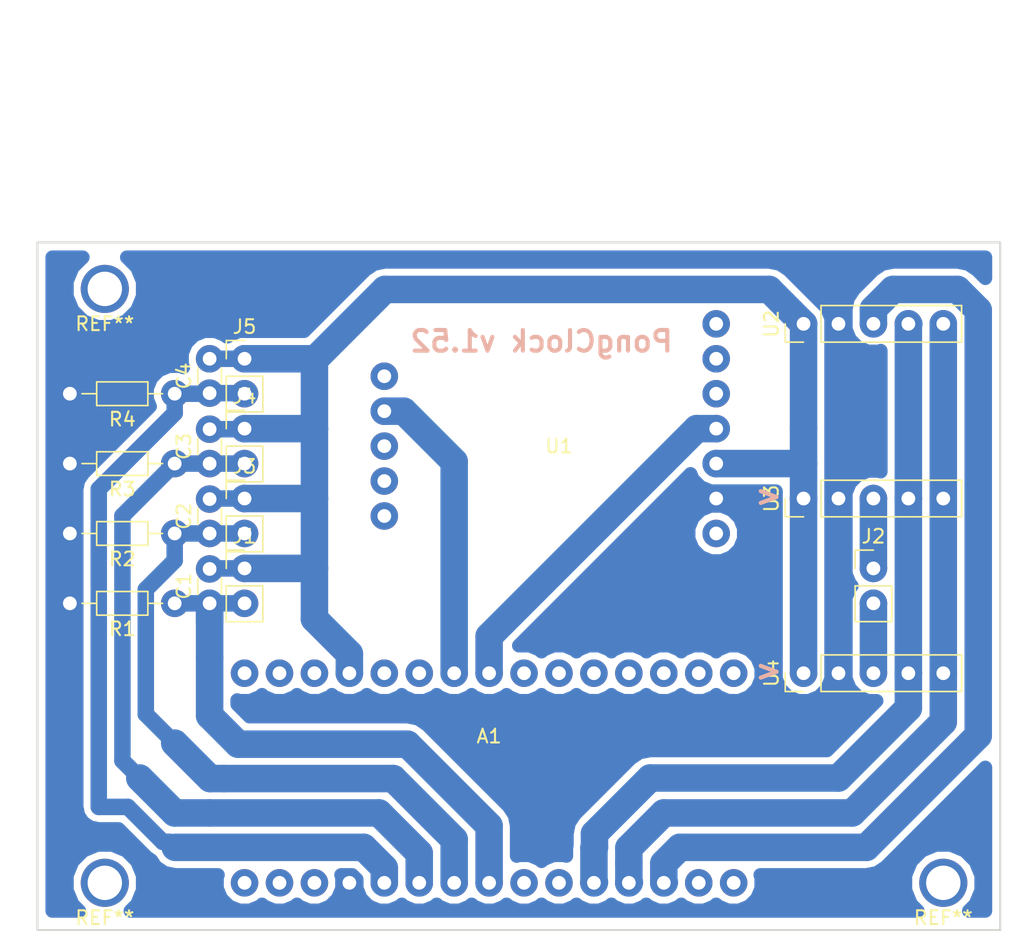
<source format=kicad_pcb>
(kicad_pcb (version 4) (host pcbnew 4.0.6)

  (general
    (links 43)
    (no_connects 0)
    (area 124.46 30.3 199.301905 97.895)
    (thickness 1.6)
    (drawings 8)
    (tracks 110)
    (zones 0)
    (modules 21)
    (nets 14)
  )

  (page A4)
  (layers
    (0 F.Cu signal)
    (31 B.Cu signal)
    (32 B.Adhes user)
    (33 F.Adhes user)
    (34 B.Paste user)
    (35 F.Paste user)
    (36 B.SilkS user)
    (37 F.SilkS user)
    (38 B.Mask user)
    (39 F.Mask user)
    (40 Dwgs.User user)
    (41 Cmts.User user)
    (42 Eco1.User user)
    (43 Eco2.User user)
    (44 Edge.Cuts user)
    (45 Margin user)
    (46 B.CrtYd user)
    (47 F.CrtYd user)
    (48 B.Fab user)
    (49 F.Fab user)
  )

  (setup
    (last_trace_width 2)
    (user_trace_width 1)
    (user_trace_width 1.2)
    (user_trace_width 1.5)
    (trace_clearance 0.5)
    (zone_clearance 0.508)
    (zone_45_only no)
    (trace_min 0.2)
    (segment_width 0.2)
    (edge_width 0.15)
    (via_size 2)
    (via_drill 1)
    (via_min_size 0.4)
    (via_min_drill 0.3)
    (uvia_size 0.3)
    (uvia_drill 0.1)
    (uvias_allowed no)
    (uvia_min_size 0.2)
    (uvia_min_drill 0.1)
    (pcb_text_width 0.3)
    (pcb_text_size 1.5 1.5)
    (mod_edge_width 0.15)
    (mod_text_size 1 1)
    (mod_text_width 0.15)
    (pad_size 2 2)
    (pad_drill 1)
    (pad_to_mask_clearance 0.2)
    (aux_axis_origin 127 45.72)
    (visible_elements 7FFFFFFF)
    (pcbplotparams
      (layerselection 0x00010_80000000)
      (usegerberextensions false)
      (excludeedgelayer true)
      (linewidth 0.100000)
      (plotframeref false)
      (viasonmask false)
      (mode 1)
      (useauxorigin true)
      (hpglpennumber 1)
      (hpglpenspeed 20)
      (hpglpendiameter 15)
      (hpglpenoverlay 2)
      (psnegative false)
      (psa4output false)
      (plotreference true)
      (plotvalue true)
      (plotinvisibletext false)
      (padsonsilk false)
      (subtractmaskfromsilk false)
      (outputformat 1)
      (mirror false)
      (drillshape 0)
      (scaleselection 1)
      (outputdirectory gerber))
  )

  (net 0 "")
  (net 1 BT4)
  (net 2 BT3)
  (net 3 BT2)
  (net 4 BT1)
  (net 5 MAX_IN)
  (net 6 LATCH)
  (net 7 CLK)
  (net 8 SDA)
  (net 9 SCL)
  (net 10 VCC)
  (net 11 GND)
  (net 12 "Net-(J2-Pad1)")
  (net 13 "Net-(J2-Pad2)")

  (net_class Default "Dies ist die voreingestellte Netzklasse."
    (clearance 0.5)
    (trace_width 2)
    (via_dia 2)
    (via_drill 1)
    (uvia_dia 0.3)
    (uvia_drill 0.1)
    (add_net BT1)
    (add_net BT2)
    (add_net BT3)
    (add_net BT4)
    (add_net CLK)
    (add_net GND)
    (add_net LATCH)
    (add_net MAX_IN)
    (add_net "Net-(J2-Pad1)")
    (add_net "Net-(J2-Pad2)")
    (add_net SCL)
    (add_net SDA)
    (add_net VCC)
  )

  (net_class 1mm ""
    (clearance 0.5)
    (trace_width 1)
    (via_dia 2)
    (via_drill 1)
    (uvia_dia 0.3)
    (uvia_drill 0.1)
  )

  (module PongClock:TINY_RTC (layer F.Cu) (tedit 596B777A) (tstamp 596B57F9)
    (at 157.48 49.53)
    (path /596A1661)
    (fp_text reference U1 (at 7.62 12.7) (layer F.SilkS)
      (effects (font (size 1 1) (thickness 0.15)))
    )
    (fp_text value TinyRTC_I2C (at 7.62 8.89) (layer F.Fab)
      (effects (font (size 1 1) (thickness 0.15)))
    )
    (fp_line (start -6.35 -1.27) (end 20.32 -1.27) (layer F.CrtYd) (width 0.15))
    (fp_line (start -6.35 26.67) (end 20.32 26.67) (layer F.CrtYd) (width 0.15))
    (fp_line (start 20.32 -1.27) (end 20.32 26.67) (layer F.CrtYd) (width 0.15))
    (fp_line (start -6.35 26.67) (end -6.35 -1.27) (layer F.CrtYd) (width 0.15))
    (pad 1 thru_hole circle (at -5.08 7.62) (size 2 2) (drill 1) (layers *.Cu *.Mask))
    (pad 2 thru_hole circle (at -5.08 10.16) (size 2 2) (drill 1) (layers *.Cu *.Mask)
      (net 9 SCL))
    (pad 3 thru_hole circle (at -5.08 12.7) (size 2 2) (drill 1) (layers *.Cu *.Mask))
    (pad 4 thru_hole circle (at -5.08 15.24) (size 2 2) (drill 1) (layers *.Cu *.Mask))
    (pad 5 thru_hole circle (at -5.08 17.78) (size 2 2) (drill 1) (layers *.Cu *.Mask))
    (pad 6 thru_hole circle (at 19.05 3.81) (size 2 2) (drill 1) (layers *.Cu *.Mask))
    (pad 7 thru_hole circle (at 19.05 6.35) (size 2 2) (drill 1) (layers *.Cu *.Mask))
    (pad 8 thru_hole circle (at 19.05 8.89) (size 2 2) (drill 1) (layers *.Cu *.Mask))
    (pad 9 thru_hole circle (at 19.05 11.43) (size 2 2) (drill 1) (layers *.Cu *.Mask)
      (net 8 SDA))
    (pad 10 thru_hole circle (at 19.05 13.97) (size 2 2) (drill 1) (layers *.Cu *.Mask)
      (net 10 VCC))
    (pad 11 thru_hole circle (at 19.05 16.51) (size 2 2) (drill 1) (layers *.Cu *.Mask)
      (net 11 GND))
    (pad 12 thru_hole circle (at 19.05 19.05) (size 2 2) (drill 1) (layers *.Cu *.Mask))
  )

  (module PongClock:M3_DRILL_HOLE (layer F.Cu) (tedit 58ED088D) (tstamp 596B827B)
    (at 132.08 50.8)
    (fp_text reference REF** (at 0 2.54) (layer F.SilkS)
      (effects (font (size 1 1) (thickness 0.15)))
    )
    (fp_text value M3_DRILL_HOLE (at 0 -2.54) (layer F.Fab)
      (effects (font (size 1 1) (thickness 0.15)))
    )
    (pad "" np_thru_hole circle (at 0 0) (size 3.5 3.5) (drill 2.5) (layers *.Cu *.Mask))
  )

  (module PongClock:M3_DRILL_HOLE (layer F.Cu) (tedit 58ED088D) (tstamp 596B8280)
    (at 193.04 93.98)
    (fp_text reference REF** (at 0 2.54) (layer F.SilkS)
      (effects (font (size 1 1) (thickness 0.15)))
    )
    (fp_text value M3_DRILL_HOLE (at 0 -2.54) (layer F.Fab)
      (effects (font (size 1 1) (thickness 0.15)))
    )
    (pad "" np_thru_hole circle (at 0 0) (size 3.5 3.5) (drill 2.5) (layers *.Cu *.Mask))
  )

  (module PongClock:M3_DRILL_HOLE (layer F.Cu) (tedit 58ED088D) (tstamp 596B8285)
    (at 132.08 93.98)
    (fp_text reference REF** (at 0 2.54) (layer F.SilkS)
      (effects (font (size 1 1) (thickness 0.15)))
    )
    (fp_text value M3_DRILL_HOLE (at 0 -2.54) (layer F.Fab)
      (effects (font (size 1 1) (thickness 0.15)))
    )
    (pad "" np_thru_hole circle (at 0 0) (size 3.5 3.5) (drill 2.5) (layers *.Cu *.Mask))
  )

  (module PongClock:ArduinoNano (layer F.Cu) (tedit 597229A7) (tstamp 5970ECE5)
    (at 160.02 83.82 180)
    (descr AndroidNano)
    (path /596A159A)
    (fp_text reference A1 (at 0 0.5 180) (layer F.SilkS)
      (effects (font (size 1 1) (thickness 0.15)))
    )
    (fp_text value AndroidNano (at 0 -0.5 180) (layer F.Fab)
      (effects (font (size 1 1) (thickness 0.15)))
    )
    (fp_line (start 19.05 -11.43) (end -20.32 -11.43) (layer F.CrtYd) (width 0.15))
    (fp_line (start -21.59 -6.35) (end -15.24 -6.35) (layer F.CrtYd) (width 0.15))
    (fp_line (start -15.24 -6.35) (end -15.24 1.27) (layer F.CrtYd) (width 0.15))
    (fp_line (start -15.24 1.27) (end -21.59 1.27) (layer F.CrtYd) (width 0.15))
    (fp_line (start -21.59 1.27) (end -21.59 -6.35) (layer F.CrtYd) (width 0.15))
    (fp_line (start -20.32 6.35) (end -19.05 6.35) (layer F.CrtYd) (width 0.15))
    (fp_line (start -20.32 -11.43) (end -20.32 6.35) (layer F.CrtYd) (width 0.15))
    (fp_line (start -19.05 6.35) (end 19.05 6.35) (layer F.CrtYd) (width 0.15))
    (fp_line (start 19.05 6.35) (end 19.05 -11.43) (layer F.CrtYd) (width 0.15))
    (pad 30 thru_hole circle (at -17.78 -10.16 180) (size 2 2) (drill 1) (layers *.Cu *.Mask))
    (pad 29 thru_hole circle (at -15.24 -10.16 180) (size 2 2) (drill 1) (layers *.Cu *.Mask))
    (pad 28 thru_hole circle (at -12.7 -10.16 180) (size 2 2) (drill 1) (layers *.Cu *.Mask)
      (net 5 MAX_IN))
    (pad 27 thru_hole circle (at -10.16 -10.16 180) (size 2 2) (drill 1) (layers *.Cu *.Mask)
      (net 7 CLK))
    (pad 26 thru_hole circle (at -7.62 -10.16 180) (size 2 2) (drill 1) (layers *.Cu *.Mask)
      (net 6 LATCH))
    (pad 25 thru_hole circle (at -5.08 -10.16 180) (size 2 2) (drill 1) (layers *.Cu *.Mask))
    (pad 24 thru_hole circle (at -2.54 -10.16 180) (size 2 2) (drill 1) (layers *.Cu *.Mask))
    (pad 23 thru_hole circle (at 0 -10.16 180) (size 2 2) (drill 1) (layers *.Cu *.Mask)
      (net 4 BT1))
    (pad 22 thru_hole circle (at 2.54 -10.16 180) (size 2 2) (drill 1) (layers *.Cu *.Mask)
      (net 3 BT2))
    (pad 21 thru_hole circle (at 5.08 -10.16 180) (size 2 2) (drill 1) (layers *.Cu *.Mask)
      (net 2 BT3))
    (pad 20 thru_hole circle (at 7.62 -10.16 180) (size 2 2) (drill 1) (layers *.Cu *.Mask)
      (net 1 BT4))
    (pad 19 thru_hole circle (at 10.16 -10.16 180) (size 2 2) (drill 1) (layers *.Cu *.Mask)
      (net 11 GND))
    (pad 18 thru_hole circle (at 12.7 -10.16 180) (size 2 2) (drill 1) (layers *.Cu *.Mask))
    (pad 17 thru_hole circle (at 15.24 -10.16 180) (size 2 2) (drill 1) (layers *.Cu *.Mask))
    (pad 16 thru_hole circle (at 17.78 -10.16 180) (size 2 2) (drill 1) (layers *.Cu *.Mask))
    (pad 1 thru_hole circle (at -17.78 5.08 180) (size 2 2) (drill 1) (layers *.Cu *.Mask))
    (pad 2 thru_hole circle (at -15.24 5.08 180) (size 2 2) (drill 1) (layers *.Cu *.Mask))
    (pad 3 thru_hole circle (at -12.7 5.08 180) (size 2 2) (drill 1) (layers *.Cu *.Mask))
    (pad 4 thru_hole circle (at -10.16 5.08 180) (size 2 2) (drill 1) (layers *.Cu *.Mask))
    (pad 5 thru_hole circle (at -7.62 5.08 180) (size 2 2) (drill 1) (layers *.Cu *.Mask))
    (pad 6 thru_hole circle (at -5.08 5.08 180) (size 2 2) (drill 1) (layers *.Cu *.Mask))
    (pad 7 thru_hole circle (at -2.54 5.08 180) (size 2 2) (drill 1) (layers *.Cu *.Mask))
    (pad 8 thru_hole circle (at 0 5.08 180) (size 2 2) (drill 1) (layers *.Cu *.Mask)
      (net 8 SDA))
    (pad 9 thru_hole circle (at 2.54 5.08 180) (size 2 2) (drill 1) (layers *.Cu *.Mask)
      (net 9 SCL))
    (pad 10 thru_hole circle (at 5.08 5.08 180) (size 2 2) (drill 1) (layers *.Cu *.Mask))
    (pad 11 thru_hole circle (at 7.62 5.08 180) (size 2 2) (drill 1) (layers *.Cu *.Mask))
    (pad 12 thru_hole circle (at 10.16 5.08 180) (size 2 2) (drill 1) (layers *.Cu *.Mask)
      (net 10 VCC))
    (pad 13 thru_hole circle (at 12.7 5.08 180) (size 2 2) (drill 1) (layers *.Cu *.Mask))
    (pad 14 thru_hole circle (at 15.24 5.08 180) (size 2 2) (drill 1) (layers *.Cu *.Mask))
    (pad 15 thru_hole circle (at 17.78 5.08 180) (size 2 2) (drill 1) (layers *.Cu *.Mask))
  )

  (module Resistors_THT:R_Axial_DIN0204_L3.6mm_D1.6mm_P7.62mm_Horizontal (layer F.Cu) (tedit 5874F706) (tstamp 597110B1)
    (at 137.16 73.66 180)
    (descr "Resistor, Axial_DIN0204 series, Axial, Horizontal, pin pitch=7.62mm, 0.16666666666666666W = 1/6W, length*diameter=3.6*1.6mm^2, http://cdn-reichelt.de/documents/datenblatt/B400/1_4W%23YAG.pdf")
    (tags "Resistor Axial_DIN0204 series Axial Horizontal pin pitch 7.62mm 0.16666666666666666W = 1/6W length 3.6mm diameter 1.6mm")
    (path /596B43E3)
    (fp_text reference R1 (at 3.81 -1.86 180) (layer F.SilkS)
      (effects (font (size 1 1) (thickness 0.15)))
    )
    (fp_text value R (at 3.81 1.86 180) (layer F.Fab)
      (effects (font (size 1 1) (thickness 0.15)))
    )
    (fp_line (start 2.01 -0.8) (end 2.01 0.8) (layer F.Fab) (width 0.1))
    (fp_line (start 2.01 0.8) (end 5.61 0.8) (layer F.Fab) (width 0.1))
    (fp_line (start 5.61 0.8) (end 5.61 -0.8) (layer F.Fab) (width 0.1))
    (fp_line (start 5.61 -0.8) (end 2.01 -0.8) (layer F.Fab) (width 0.1))
    (fp_line (start 0 0) (end 2.01 0) (layer F.Fab) (width 0.1))
    (fp_line (start 7.62 0) (end 5.61 0) (layer F.Fab) (width 0.1))
    (fp_line (start 1.95 -0.86) (end 1.95 0.86) (layer F.SilkS) (width 0.12))
    (fp_line (start 1.95 0.86) (end 5.67 0.86) (layer F.SilkS) (width 0.12))
    (fp_line (start 5.67 0.86) (end 5.67 -0.86) (layer F.SilkS) (width 0.12))
    (fp_line (start 5.67 -0.86) (end 1.95 -0.86) (layer F.SilkS) (width 0.12))
    (fp_line (start 0.88 0) (end 1.95 0) (layer F.SilkS) (width 0.12))
    (fp_line (start 6.74 0) (end 5.67 0) (layer F.SilkS) (width 0.12))
    (fp_line (start -0.95 -1.15) (end -0.95 1.15) (layer F.CrtYd) (width 0.05))
    (fp_line (start -0.95 1.15) (end 8.6 1.15) (layer F.CrtYd) (width 0.05))
    (fp_line (start 8.6 1.15) (end 8.6 -1.15) (layer F.CrtYd) (width 0.05))
    (fp_line (start 8.6 -1.15) (end -0.95 -1.15) (layer F.CrtYd) (width 0.05))
    (pad 1 thru_hole circle (at 0 0 180) (size 2 2) (drill 1) (layers *.Cu *.Mask)
      (net 4 BT1))
    (pad 2 thru_hole circle (at 7.62 0 180) (size 2 2) (drill 1) (layers *.Cu *.Mask)
      (net 11 GND))
    (model Resistors_THT.3dshapes/R_Axial_DIN0204_L3.6mm_D1.6mm_P7.62mm_Horizontal.wrl
      (at (xyz 0 0 0))
      (scale (xyz 0.393701 0.393701 0.393701))
      (rotate (xyz 0 0 0))
    )
  )

  (module Resistors_THT:R_Axial_DIN0204_L3.6mm_D1.6mm_P7.62mm_Horizontal (layer F.Cu) (tedit 5874F706) (tstamp 597110C6)
    (at 137.16 68.58 180)
    (descr "Resistor, Axial_DIN0204 series, Axial, Horizontal, pin pitch=7.62mm, 0.16666666666666666W = 1/6W, length*diameter=3.6*1.6mm^2, http://cdn-reichelt.de/documents/datenblatt/B400/1_4W%23YAG.pdf")
    (tags "Resistor Axial_DIN0204 series Axial Horizontal pin pitch 7.62mm 0.16666666666666666W = 1/6W length 3.6mm diameter 1.6mm")
    (path /596B3E1D)
    (fp_text reference R2 (at 3.81 -1.86 180) (layer F.SilkS)
      (effects (font (size 1 1) (thickness 0.15)))
    )
    (fp_text value R (at 3.81 1.86 180) (layer F.Fab)
      (effects (font (size 1 1) (thickness 0.15)))
    )
    (fp_line (start 2.01 -0.8) (end 2.01 0.8) (layer F.Fab) (width 0.1))
    (fp_line (start 2.01 0.8) (end 5.61 0.8) (layer F.Fab) (width 0.1))
    (fp_line (start 5.61 0.8) (end 5.61 -0.8) (layer F.Fab) (width 0.1))
    (fp_line (start 5.61 -0.8) (end 2.01 -0.8) (layer F.Fab) (width 0.1))
    (fp_line (start 0 0) (end 2.01 0) (layer F.Fab) (width 0.1))
    (fp_line (start 7.62 0) (end 5.61 0) (layer F.Fab) (width 0.1))
    (fp_line (start 1.95 -0.86) (end 1.95 0.86) (layer F.SilkS) (width 0.12))
    (fp_line (start 1.95 0.86) (end 5.67 0.86) (layer F.SilkS) (width 0.12))
    (fp_line (start 5.67 0.86) (end 5.67 -0.86) (layer F.SilkS) (width 0.12))
    (fp_line (start 5.67 -0.86) (end 1.95 -0.86) (layer F.SilkS) (width 0.12))
    (fp_line (start 0.88 0) (end 1.95 0) (layer F.SilkS) (width 0.12))
    (fp_line (start 6.74 0) (end 5.67 0) (layer F.SilkS) (width 0.12))
    (fp_line (start -0.95 -1.15) (end -0.95 1.15) (layer F.CrtYd) (width 0.05))
    (fp_line (start -0.95 1.15) (end 8.6 1.15) (layer F.CrtYd) (width 0.05))
    (fp_line (start 8.6 1.15) (end 8.6 -1.15) (layer F.CrtYd) (width 0.05))
    (fp_line (start 8.6 -1.15) (end -0.95 -1.15) (layer F.CrtYd) (width 0.05))
    (pad 1 thru_hole circle (at 0 0 180) (size 2 2) (drill 1) (layers *.Cu *.Mask)
      (net 3 BT2))
    (pad 2 thru_hole circle (at 7.62 0 180) (size 2 2) (drill 1) (layers *.Cu *.Mask)
      (net 11 GND))
    (model Resistors_THT.3dshapes/R_Axial_DIN0204_L3.6mm_D1.6mm_P7.62mm_Horizontal.wrl
      (at (xyz 0 0 0))
      (scale (xyz 0.393701 0.393701 0.393701))
      (rotate (xyz 0 0 0))
    )
  )

  (module Resistors_THT:R_Axial_DIN0204_L3.6mm_D1.6mm_P7.62mm_Horizontal (layer F.Cu) (tedit 5874F706) (tstamp 597110DB)
    (at 137.16 63.5 180)
    (descr "Resistor, Axial_DIN0204 series, Axial, Horizontal, pin pitch=7.62mm, 0.16666666666666666W = 1/6W, length*diameter=3.6*1.6mm^2, http://cdn-reichelt.de/documents/datenblatt/B400/1_4W%23YAG.pdf")
    (tags "Resistor Axial_DIN0204 series Axial Horizontal pin pitch 7.62mm 0.16666666666666666W = 1/6W length 3.6mm diameter 1.6mm")
    (path /596B5900)
    (fp_text reference R3 (at 3.81 -1.86 180) (layer F.SilkS)
      (effects (font (size 1 1) (thickness 0.15)))
    )
    (fp_text value R (at 3.81 1.86 180) (layer F.Fab)
      (effects (font (size 1 1) (thickness 0.15)))
    )
    (fp_line (start 2.01 -0.8) (end 2.01 0.8) (layer F.Fab) (width 0.1))
    (fp_line (start 2.01 0.8) (end 5.61 0.8) (layer F.Fab) (width 0.1))
    (fp_line (start 5.61 0.8) (end 5.61 -0.8) (layer F.Fab) (width 0.1))
    (fp_line (start 5.61 -0.8) (end 2.01 -0.8) (layer F.Fab) (width 0.1))
    (fp_line (start 0 0) (end 2.01 0) (layer F.Fab) (width 0.1))
    (fp_line (start 7.62 0) (end 5.61 0) (layer F.Fab) (width 0.1))
    (fp_line (start 1.95 -0.86) (end 1.95 0.86) (layer F.SilkS) (width 0.12))
    (fp_line (start 1.95 0.86) (end 5.67 0.86) (layer F.SilkS) (width 0.12))
    (fp_line (start 5.67 0.86) (end 5.67 -0.86) (layer F.SilkS) (width 0.12))
    (fp_line (start 5.67 -0.86) (end 1.95 -0.86) (layer F.SilkS) (width 0.12))
    (fp_line (start 0.88 0) (end 1.95 0) (layer F.SilkS) (width 0.12))
    (fp_line (start 6.74 0) (end 5.67 0) (layer F.SilkS) (width 0.12))
    (fp_line (start -0.95 -1.15) (end -0.95 1.15) (layer F.CrtYd) (width 0.05))
    (fp_line (start -0.95 1.15) (end 8.6 1.15) (layer F.CrtYd) (width 0.05))
    (fp_line (start 8.6 1.15) (end 8.6 -1.15) (layer F.CrtYd) (width 0.05))
    (fp_line (start 8.6 -1.15) (end -0.95 -1.15) (layer F.CrtYd) (width 0.05))
    (pad 1 thru_hole circle (at 0 0 180) (size 2 2) (drill 1) (layers *.Cu *.Mask)
      (net 2 BT3))
    (pad 2 thru_hole circle (at 7.62 0 180) (size 2 2) (drill 1) (layers *.Cu *.Mask)
      (net 11 GND))
    (model Resistors_THT.3dshapes/R_Axial_DIN0204_L3.6mm_D1.6mm_P7.62mm_Horizontal.wrl
      (at (xyz 0 0 0))
      (scale (xyz 0.393701 0.393701 0.393701))
      (rotate (xyz 0 0 0))
    )
  )

  (module Resistors_THT:R_Axial_DIN0204_L3.6mm_D1.6mm_P7.62mm_Horizontal (layer F.Cu) (tedit 597229CC) (tstamp 597110F0)
    (at 137.16 58.42 180)
    (descr "Resistor, Axial_DIN0204 series, Axial, Horizontal, pin pitch=7.62mm, 0.16666666666666666W = 1/6W, length*diameter=3.6*1.6mm^2, http://cdn-reichelt.de/documents/datenblatt/B400/1_4W%23YAG.pdf")
    (tags "Resistor Axial_DIN0204 series Axial Horizontal pin pitch 7.62mm 0.16666666666666666W = 1/6W length 3.6mm diameter 1.6mm")
    (path /596B58DC)
    (fp_text reference R4 (at 3.81 -1.86 180) (layer F.SilkS)
      (effects (font (size 1 1) (thickness 0.15)))
    )
    (fp_text value R (at 3.81 1.86 180) (layer F.Fab)
      (effects (font (size 1 1) (thickness 0.15)))
    )
    (fp_line (start 2.01 -0.8) (end 2.01 0.8) (layer F.Fab) (width 0.1))
    (fp_line (start 2.01 0.8) (end 5.61 0.8) (layer F.Fab) (width 0.1))
    (fp_line (start 5.61 0.8) (end 5.61 -0.8) (layer F.Fab) (width 0.1))
    (fp_line (start 5.61 -0.8) (end 2.01 -0.8) (layer F.Fab) (width 0.1))
    (fp_line (start 0 0) (end 2.01 0) (layer F.Fab) (width 0.1))
    (fp_line (start 7.62 0) (end 5.61 0) (layer F.Fab) (width 0.1))
    (fp_line (start 1.95 -0.86) (end 1.95 0.86) (layer F.SilkS) (width 0.12))
    (fp_line (start 1.95 0.86) (end 5.67 0.86) (layer F.SilkS) (width 0.12))
    (fp_line (start 5.67 0.86) (end 5.67 -0.86) (layer F.SilkS) (width 0.12))
    (fp_line (start 5.67 -0.86) (end 1.95 -0.86) (layer F.SilkS) (width 0.12))
    (fp_line (start 0.88 0) (end 1.95 0) (layer F.SilkS) (width 0.12))
    (fp_line (start 6.74 0) (end 5.67 0) (layer F.SilkS) (width 0.12))
    (fp_line (start -0.95 -1.15) (end -0.95 1.15) (layer F.CrtYd) (width 0.05))
    (fp_line (start -0.95 1.15) (end 8.6 1.15) (layer F.CrtYd) (width 0.05))
    (fp_line (start 8.6 1.15) (end 8.6 -1.15) (layer F.CrtYd) (width 0.05))
    (fp_line (start 8.6 -1.15) (end -0.95 -1.15) (layer F.CrtYd) (width 0.05))
    (pad 1 thru_hole circle (at 0 0 180) (size 2 2) (drill 1) (layers *.Cu *.Mask)
      (net 1 BT4))
    (pad 2 thru_hole circle (at 7.62 0 180) (size 2 2) (drill 1) (layers *.Cu *.Mask)
      (net 11 GND))
    (model Resistors_THT.3dshapes/R_Axial_DIN0204_L3.6mm_D1.6mm_P7.62mm_Horizontal.wrl
      (at (xyz 0 0 0))
      (scale (xyz 0.393701 0.393701 0.393701))
      (rotate (xyz 0 0 0))
    )
  )

  (module Capacitors_THT:C_Disc_D3.0mm_W1.6mm_P2.50mm (layer F.Cu) (tedit 5920C254) (tstamp 597111FA)
    (at 139.7 73.66 90)
    (descr "C, Disc series, Radial, pin pitch=2.50mm, , diameter*width=3.0*1.6mm^2, Capacitor, http://www.vishay.com/docs/45233/krseries.pdf")
    (tags "C Disc series Radial pin pitch 2.50mm  diameter 3.0mm width 1.6mm Capacitor")
    (path /596B43DD)
    (fp_text reference C1 (at 1.25 -1.86 90) (layer F.SilkS)
      (effects (font (size 1 1) (thickness 0.15)))
    )
    (fp_text value C (at 1.25 1.86 90) (layer F.Fab)
      (effects (font (size 1 1) (thickness 0.15)))
    )
    (fp_text user %R (at 1.25 0 90) (layer F.Fab)
      (effects (font (size 0.7 0.7) (thickness 0.105)))
    )
    (fp_line (start -0.25 -0.8) (end -0.25 0.8) (layer F.Fab) (width 0.1))
    (fp_line (start -0.25 0.8) (end 2.75 0.8) (layer F.Fab) (width 0.1))
    (fp_line (start 2.75 0.8) (end 2.75 -0.8) (layer F.Fab) (width 0.1))
    (fp_line (start 2.75 -0.8) (end -0.25 -0.8) (layer F.Fab) (width 0.1))
    (fp_line (start 0.663 -0.861) (end 1.837 -0.861) (layer F.SilkS) (width 0.12))
    (fp_line (start 0.663 0.861) (end 1.837 0.861) (layer F.SilkS) (width 0.12))
    (fp_line (start -1.05 -1.15) (end -1.05 1.15) (layer F.CrtYd) (width 0.05))
    (fp_line (start -1.05 1.15) (end 3.55 1.15) (layer F.CrtYd) (width 0.05))
    (fp_line (start 3.55 1.15) (end 3.55 -1.15) (layer F.CrtYd) (width 0.05))
    (fp_line (start 3.55 -1.15) (end -1.05 -1.15) (layer F.CrtYd) (width 0.05))
    (pad 1 thru_hole circle (at 0 0 90) (size 2 2) (drill 1) (layers *.Cu *.Mask)
      (net 4 BT1))
    (pad 2 thru_hole circle (at 2.5 0 90) (size 2 2) (drill 1) (layers *.Cu *.Mask)
      (net 10 VCC))
    (model ${KISYS3DMOD}/Capacitors_THT.3dshapes/C_Disc_D3.0mm_W1.6mm_P2.50mm.wrl
      (at (xyz 0 0 0))
      (scale (xyz 0.393701 0.393701 0.393701))
      (rotate (xyz 0 0 0))
    )
  )

  (module Capacitors_THT:C_Disc_D3.0mm_W1.6mm_P2.50mm (layer F.Cu) (tedit 5920C254) (tstamp 5971120A)
    (at 139.7 68.58 90)
    (descr "C, Disc series, Radial, pin pitch=2.50mm, , diameter*width=3.0*1.6mm^2, Capacitor, http://www.vishay.com/docs/45233/krseries.pdf")
    (tags "C Disc series Radial pin pitch 2.50mm  diameter 3.0mm width 1.6mm Capacitor")
    (path /596B3D74)
    (fp_text reference C2 (at 1.25 -1.86 90) (layer F.SilkS)
      (effects (font (size 1 1) (thickness 0.15)))
    )
    (fp_text value C (at 1.25 1.86 90) (layer F.Fab)
      (effects (font (size 1 1) (thickness 0.15)))
    )
    (fp_text user %R (at 1.25 0 90) (layer F.Fab)
      (effects (font (size 0.7 0.7) (thickness 0.105)))
    )
    (fp_line (start -0.25 -0.8) (end -0.25 0.8) (layer F.Fab) (width 0.1))
    (fp_line (start -0.25 0.8) (end 2.75 0.8) (layer F.Fab) (width 0.1))
    (fp_line (start 2.75 0.8) (end 2.75 -0.8) (layer F.Fab) (width 0.1))
    (fp_line (start 2.75 -0.8) (end -0.25 -0.8) (layer F.Fab) (width 0.1))
    (fp_line (start 0.663 -0.861) (end 1.837 -0.861) (layer F.SilkS) (width 0.12))
    (fp_line (start 0.663 0.861) (end 1.837 0.861) (layer F.SilkS) (width 0.12))
    (fp_line (start -1.05 -1.15) (end -1.05 1.15) (layer F.CrtYd) (width 0.05))
    (fp_line (start -1.05 1.15) (end 3.55 1.15) (layer F.CrtYd) (width 0.05))
    (fp_line (start 3.55 1.15) (end 3.55 -1.15) (layer F.CrtYd) (width 0.05))
    (fp_line (start 3.55 -1.15) (end -1.05 -1.15) (layer F.CrtYd) (width 0.05))
    (pad 1 thru_hole circle (at 0 0 90) (size 2 2) (drill 1) (layers *.Cu *.Mask)
      (net 3 BT2))
    (pad 2 thru_hole circle (at 2.5 0 90) (size 2 2) (drill 1) (layers *.Cu *.Mask)
      (net 10 VCC))
    (model ${KISYS3DMOD}/Capacitors_THT.3dshapes/C_Disc_D3.0mm_W1.6mm_P2.50mm.wrl
      (at (xyz 0 0 0))
      (scale (xyz 0.393701 0.393701 0.393701))
      (rotate (xyz 0 0 0))
    )
  )

  (module Capacitors_THT:C_Disc_D3.0mm_W1.6mm_P2.50mm (layer F.Cu) (tedit 597229D7) (tstamp 5971121A)
    (at 139.7 63.5 90)
    (descr "C, Disc series, Radial, pin pitch=2.50mm, , diameter*width=3.0*1.6mm^2, Capacitor, http://www.vishay.com/docs/45233/krseries.pdf")
    (tags "C Disc series Radial pin pitch 2.50mm  diameter 3.0mm width 1.6mm Capacitor")
    (path /596B58FA)
    (fp_text reference C3 (at 1.25 -1.86 90) (layer F.SilkS)
      (effects (font (size 1 1) (thickness 0.15)))
    )
    (fp_text value C (at 1.25 1.86 90) (layer F.Fab)
      (effects (font (size 1 1) (thickness 0.15)))
    )
    (fp_text user %R (at 1.25 0 90) (layer F.Fab)
      (effects (font (size 0.7 0.7) (thickness 0.105)))
    )
    (fp_line (start -0.25 -0.8) (end -0.25 0.8) (layer F.Fab) (width 0.1))
    (fp_line (start -0.25 0.8) (end 2.75 0.8) (layer F.Fab) (width 0.1))
    (fp_line (start 2.75 0.8) (end 2.75 -0.8) (layer F.Fab) (width 0.1))
    (fp_line (start 2.75 -0.8) (end -0.25 -0.8) (layer F.Fab) (width 0.1))
    (fp_line (start 0.663 -0.861) (end 1.837 -0.861) (layer F.SilkS) (width 0.12))
    (fp_line (start 0.663 0.861) (end 1.837 0.861) (layer F.SilkS) (width 0.12))
    (fp_line (start -1.05 -1.15) (end -1.05 1.15) (layer F.CrtYd) (width 0.05))
    (fp_line (start -1.05 1.15) (end 3.55 1.15) (layer F.CrtYd) (width 0.05))
    (fp_line (start 3.55 1.15) (end 3.55 -1.15) (layer F.CrtYd) (width 0.05))
    (fp_line (start 3.55 -1.15) (end -1.05 -1.15) (layer F.CrtYd) (width 0.05))
    (pad 1 thru_hole circle (at 0 0 90) (size 2 2) (drill 1) (layers *.Cu *.Mask)
      (net 2 BT3))
    (pad 2 thru_hole circle (at 2.5 0 90) (size 2 2) (drill 1) (layers *.Cu *.Mask)
      (net 10 VCC))
    (model ${KISYS3DMOD}/Capacitors_THT.3dshapes/C_Disc_D3.0mm_W1.6mm_P2.50mm.wrl
      (at (xyz 0 0 0))
      (scale (xyz 0.393701 0.393701 0.393701))
      (rotate (xyz 0 0 0))
    )
  )

  (module Capacitors_THT:C_Disc_D3.0mm_W1.6mm_P2.50mm (layer F.Cu) (tedit 59722B80) (tstamp 5971122A)
    (at 139.7 58.38 90)
    (descr "C, Disc series, Radial, pin pitch=2.50mm, , diameter*width=3.0*1.6mm^2, Capacitor, http://www.vishay.com/docs/45233/krseries.pdf")
    (tags "C Disc series Radial pin pitch 2.50mm  diameter 3.0mm width 1.6mm Capacitor")
    (path /596B58D6)
    (fp_text reference C4 (at 1.25 -1.86 90) (layer F.SilkS)
      (effects (font (size 1 1) (thickness 0.15)))
    )
    (fp_text value C (at 1.25 1.86 90) (layer F.Fab)
      (effects (font (size 1 1) (thickness 0.15)))
    )
    (fp_text user %R (at 1.25 0 90) (layer F.Fab)
      (effects (font (size 0.7 0.7) (thickness 0.105)))
    )
    (fp_line (start -0.25 -0.8) (end -0.25 0.8) (layer F.Fab) (width 0.1))
    (fp_line (start -0.25 0.8) (end 2.75 0.8) (layer F.Fab) (width 0.1))
    (fp_line (start 2.75 0.8) (end 2.75 -0.8) (layer F.Fab) (width 0.1))
    (fp_line (start 2.75 -0.8) (end -0.25 -0.8) (layer F.Fab) (width 0.1))
    (fp_line (start 0.663 -0.861) (end 1.837 -0.861) (layer F.SilkS) (width 0.12))
    (fp_line (start 0.663 0.861) (end 1.837 0.861) (layer F.SilkS) (width 0.12))
    (fp_line (start -1.05 -1.15) (end -1.05 1.15) (layer F.CrtYd) (width 0.05))
    (fp_line (start -1.05 1.15) (end 3.55 1.15) (layer F.CrtYd) (width 0.05))
    (fp_line (start 3.55 1.15) (end 3.55 -1.15) (layer F.CrtYd) (width 0.05))
    (fp_line (start 3.55 -1.15) (end -1.05 -1.15) (layer F.CrtYd) (width 0.05))
    (pad 1 thru_hole circle (at 0 0 90) (size 2 2) (drill 1) (layers *.Cu *.Mask)
      (net 1 BT4))
    (pad 2 thru_hole circle (at 2.5 0 90) (size 2 2) (drill 1) (layers *.Cu *.Mask)
      (net 10 VCC) (solder_mask_margin 0.005) (solder_paste_margin 0.005) (clearance 0.005))
    (model ${KISYS3DMOD}/Capacitors_THT.3dshapes/C_Disc_D3.0mm_W1.6mm_P2.50mm.wrl
      (at (xyz 0 0 0))
      (scale (xyz 0.393701 0.393701 0.393701))
      (rotate (xyz 0 0 0))
    )
  )

  (module Socket_Strips:Socket_Strip_Straight_1x02_Pitch2.54mm (layer F.Cu) (tedit 58CD5446) (tstamp 5972266F)
    (at 142.24 71.12)
    (descr "Through hole straight socket strip, 1x02, 2.54mm pitch, single row")
    (tags "Through hole socket strip THT 1x02 2.54mm single row")
    (path /596B43CB)
    (fp_text reference J1 (at 0 -2.33) (layer F.SilkS)
      (effects (font (size 1 1) (thickness 0.15)))
    )
    (fp_text value CON_BT1 (at 0 4.87) (layer F.Fab)
      (effects (font (size 1 1) (thickness 0.15)))
    )
    (fp_line (start -1.27 -1.27) (end -1.27 3.81) (layer F.Fab) (width 0.1))
    (fp_line (start -1.27 3.81) (end 1.27 3.81) (layer F.Fab) (width 0.1))
    (fp_line (start 1.27 3.81) (end 1.27 -1.27) (layer F.Fab) (width 0.1))
    (fp_line (start 1.27 -1.27) (end -1.27 -1.27) (layer F.Fab) (width 0.1))
    (fp_line (start -1.33 1.27) (end -1.33 3.87) (layer F.SilkS) (width 0.12))
    (fp_line (start -1.33 3.87) (end 1.33 3.87) (layer F.SilkS) (width 0.12))
    (fp_line (start 1.33 3.87) (end 1.33 1.27) (layer F.SilkS) (width 0.12))
    (fp_line (start 1.33 1.27) (end -1.33 1.27) (layer F.SilkS) (width 0.12))
    (fp_line (start -1.33 0) (end -1.33 -1.33) (layer F.SilkS) (width 0.12))
    (fp_line (start -1.33 -1.33) (end 0 -1.33) (layer F.SilkS) (width 0.12))
    (fp_line (start -1.8 -1.8) (end -1.8 4.35) (layer F.CrtYd) (width 0.05))
    (fp_line (start -1.8 4.35) (end 1.8 4.35) (layer F.CrtYd) (width 0.05))
    (fp_line (start 1.8 4.35) (end 1.8 -1.8) (layer F.CrtYd) (width 0.05))
    (fp_line (start 1.8 -1.8) (end -1.8 -1.8) (layer F.CrtYd) (width 0.05))
    (fp_text user %R (at 0 -2.33) (layer F.Fab)
      (effects (font (size 1 1) (thickness 0.15)))
    )
    (pad 1 thru_hole circle (at 0 0) (size 2 2) (drill 1) (layers *.Cu *.Mask)
      (net 10 VCC))
    (pad 2 thru_hole circle (at 0 2.54) (size 2 2) (drill 1) (layers *.Cu *.Mask)
      (net 4 BT1))
    (model ${KISYS3DMOD}/Socket_Strips.3dshapes/Socket_Strip_Straight_1x02_Pitch2.54mm.wrl
      (at (xyz 0 -0.05 0))
      (scale (xyz 1 1 1))
      (rotate (xyz 0 0 270))
    )
  )

  (module Socket_Strips:Socket_Strip_Straight_1x02_Pitch2.54mm (layer F.Cu) (tedit 58CD5446) (tstamp 59722683)
    (at 187.96 71.12)
    (descr "Through hole straight socket strip, 1x02, 2.54mm pitch, single row")
    (tags "Through hole socket strip THT 1x02 2.54mm single row")
    (path /596B992D)
    (fp_text reference J2 (at 0 -2.33) (layer F.SilkS)
      (effects (font (size 1 1) (thickness 0.15)))
    )
    (fp_text value DOUT (at 0 4.87) (layer F.Fab)
      (effects (font (size 1 1) (thickness 0.15)))
    )
    (fp_line (start -1.27 -1.27) (end -1.27 3.81) (layer F.Fab) (width 0.1))
    (fp_line (start -1.27 3.81) (end 1.27 3.81) (layer F.Fab) (width 0.1))
    (fp_line (start 1.27 3.81) (end 1.27 -1.27) (layer F.Fab) (width 0.1))
    (fp_line (start 1.27 -1.27) (end -1.27 -1.27) (layer F.Fab) (width 0.1))
    (fp_line (start -1.33 1.27) (end -1.33 3.87) (layer F.SilkS) (width 0.12))
    (fp_line (start -1.33 3.87) (end 1.33 3.87) (layer F.SilkS) (width 0.12))
    (fp_line (start 1.33 3.87) (end 1.33 1.27) (layer F.SilkS) (width 0.12))
    (fp_line (start 1.33 1.27) (end -1.33 1.27) (layer F.SilkS) (width 0.12))
    (fp_line (start -1.33 0) (end -1.33 -1.33) (layer F.SilkS) (width 0.12))
    (fp_line (start -1.33 -1.33) (end 0 -1.33) (layer F.SilkS) (width 0.12))
    (fp_line (start -1.8 -1.8) (end -1.8 4.35) (layer F.CrtYd) (width 0.05))
    (fp_line (start -1.8 4.35) (end 1.8 4.35) (layer F.CrtYd) (width 0.05))
    (fp_line (start 1.8 4.35) (end 1.8 -1.8) (layer F.CrtYd) (width 0.05))
    (fp_line (start 1.8 -1.8) (end -1.8 -1.8) (layer F.CrtYd) (width 0.05))
    (fp_text user %R (at 0 -2.33) (layer F.Fab)
      (effects (font (size 1 1) (thickness 0.15)))
    )
    (pad 1 thru_hole circle (at 0 0) (size 2 2) (drill 1) (layers *.Cu *.Mask)
      (net 12 "Net-(J2-Pad1)"))
    (pad 2 thru_hole circle (at 0 2.54) (size 2 2) (drill 1) (layers *.Cu *.Mask)
      (net 13 "Net-(J2-Pad2)"))
    (model ${KISYS3DMOD}/Socket_Strips.3dshapes/Socket_Strip_Straight_1x02_Pitch2.54mm.wrl
      (at (xyz 0 -0.05 0))
      (scale (xyz 1 1 1))
      (rotate (xyz 0 0 270))
    )
  )

  (module Socket_Strips:Socket_Strip_Straight_1x02_Pitch2.54mm (layer F.Cu) (tedit 58CD5446) (tstamp 59722697)
    (at 142.24 66.04)
    (descr "Through hole straight socket strip, 1x02, 2.54mm pitch, single row")
    (tags "Through hole socket strip THT 1x02 2.54mm single row")
    (path /596B3A44)
    (fp_text reference J3 (at 0 -2.33) (layer F.SilkS)
      (effects (font (size 1 1) (thickness 0.15)))
    )
    (fp_text value CON_BT2 (at 0 4.87) (layer F.Fab)
      (effects (font (size 1 1) (thickness 0.15)))
    )
    (fp_line (start -1.27 -1.27) (end -1.27 3.81) (layer F.Fab) (width 0.1))
    (fp_line (start -1.27 3.81) (end 1.27 3.81) (layer F.Fab) (width 0.1))
    (fp_line (start 1.27 3.81) (end 1.27 -1.27) (layer F.Fab) (width 0.1))
    (fp_line (start 1.27 -1.27) (end -1.27 -1.27) (layer F.Fab) (width 0.1))
    (fp_line (start -1.33 1.27) (end -1.33 3.87) (layer F.SilkS) (width 0.12))
    (fp_line (start -1.33 3.87) (end 1.33 3.87) (layer F.SilkS) (width 0.12))
    (fp_line (start 1.33 3.87) (end 1.33 1.27) (layer F.SilkS) (width 0.12))
    (fp_line (start 1.33 1.27) (end -1.33 1.27) (layer F.SilkS) (width 0.12))
    (fp_line (start -1.33 0) (end -1.33 -1.33) (layer F.SilkS) (width 0.12))
    (fp_line (start -1.33 -1.33) (end 0 -1.33) (layer F.SilkS) (width 0.12))
    (fp_line (start -1.8 -1.8) (end -1.8 4.35) (layer F.CrtYd) (width 0.05))
    (fp_line (start -1.8 4.35) (end 1.8 4.35) (layer F.CrtYd) (width 0.05))
    (fp_line (start 1.8 4.35) (end 1.8 -1.8) (layer F.CrtYd) (width 0.05))
    (fp_line (start 1.8 -1.8) (end -1.8 -1.8) (layer F.CrtYd) (width 0.05))
    (fp_text user %R (at 0 -2.33) (layer F.Fab)
      (effects (font (size 1 1) (thickness 0.15)))
    )
    (pad 1 thru_hole circle (at 0 0) (size 2 2) (drill 1) (layers *.Cu *.Mask)
      (net 10 VCC))
    (pad 2 thru_hole circle (at 0 2.54) (size 2 2) (drill 1) (layers *.Cu *.Mask)
      (net 3 BT2))
    (model ${KISYS3DMOD}/Socket_Strips.3dshapes/Socket_Strip_Straight_1x02_Pitch2.54mm.wrl
      (at (xyz 0 -0.05 0))
      (scale (xyz 1 1 1))
      (rotate (xyz 0 0 270))
    )
  )

  (module Socket_Strips:Socket_Strip_Straight_1x02_Pitch2.54mm (layer F.Cu) (tedit 58CD5446) (tstamp 597226AB)
    (at 142.24 60.96)
    (descr "Through hole straight socket strip, 1x02, 2.54mm pitch, single row")
    (tags "Through hole socket strip THT 1x02 2.54mm single row")
    (path /596B58E8)
    (fp_text reference J4 (at 0 -2.33) (layer F.SilkS)
      (effects (font (size 1 1) (thickness 0.15)))
    )
    (fp_text value CON_BT3 (at 0 4.87) (layer F.Fab)
      (effects (font (size 1 1) (thickness 0.15)))
    )
    (fp_line (start -1.27 -1.27) (end -1.27 3.81) (layer F.Fab) (width 0.1))
    (fp_line (start -1.27 3.81) (end 1.27 3.81) (layer F.Fab) (width 0.1))
    (fp_line (start 1.27 3.81) (end 1.27 -1.27) (layer F.Fab) (width 0.1))
    (fp_line (start 1.27 -1.27) (end -1.27 -1.27) (layer F.Fab) (width 0.1))
    (fp_line (start -1.33 1.27) (end -1.33 3.87) (layer F.SilkS) (width 0.12))
    (fp_line (start -1.33 3.87) (end 1.33 3.87) (layer F.SilkS) (width 0.12))
    (fp_line (start 1.33 3.87) (end 1.33 1.27) (layer F.SilkS) (width 0.12))
    (fp_line (start 1.33 1.27) (end -1.33 1.27) (layer F.SilkS) (width 0.12))
    (fp_line (start -1.33 0) (end -1.33 -1.33) (layer F.SilkS) (width 0.12))
    (fp_line (start -1.33 -1.33) (end 0 -1.33) (layer F.SilkS) (width 0.12))
    (fp_line (start -1.8 -1.8) (end -1.8 4.35) (layer F.CrtYd) (width 0.05))
    (fp_line (start -1.8 4.35) (end 1.8 4.35) (layer F.CrtYd) (width 0.05))
    (fp_line (start 1.8 4.35) (end 1.8 -1.8) (layer F.CrtYd) (width 0.05))
    (fp_line (start 1.8 -1.8) (end -1.8 -1.8) (layer F.CrtYd) (width 0.05))
    (fp_text user %R (at 0 -2.33) (layer F.Fab)
      (effects (font (size 1 1) (thickness 0.15)))
    )
    (pad 1 thru_hole circle (at 0 0) (size 2 2) (drill 1) (layers *.Cu *.Mask)
      (net 10 VCC))
    (pad 2 thru_hole circle (at 0 2.54) (size 2 2) (drill 1) (layers *.Cu *.Mask)
      (net 2 BT3))
    (model ${KISYS3DMOD}/Socket_Strips.3dshapes/Socket_Strip_Straight_1x02_Pitch2.54mm.wrl
      (at (xyz 0 -0.05 0))
      (scale (xyz 1 1 1))
      (rotate (xyz 0 0 270))
    )
  )

  (module Socket_Strips:Socket_Strip_Straight_1x02_Pitch2.54mm (layer F.Cu) (tedit 597229E6) (tstamp 597226BF)
    (at 142.24 55.88)
    (descr "Through hole straight socket strip, 1x02, 2.54mm pitch, single row")
    (tags "Through hole socket strip THT 1x02 2.54mm single row")
    (path /596B58C4)
    (fp_text reference J5 (at 0 -2.33) (layer F.SilkS)
      (effects (font (size 1 1) (thickness 0.15)))
    )
    (fp_text value CON_BT4 (at 0 4.87) (layer F.Fab)
      (effects (font (size 1 1) (thickness 0.15)))
    )
    (fp_line (start -1.27 -1.27) (end -1.27 3.81) (layer F.Fab) (width 0.1))
    (fp_line (start -1.27 3.81) (end 1.27 3.81) (layer F.Fab) (width 0.1))
    (fp_line (start 1.27 3.81) (end 1.27 -1.27) (layer F.Fab) (width 0.1))
    (fp_line (start 1.27 -1.27) (end -1.27 -1.27) (layer F.Fab) (width 0.1))
    (fp_line (start -1.33 1.27) (end -1.33 3.87) (layer F.SilkS) (width 0.12))
    (fp_line (start -1.33 3.87) (end 1.33 3.87) (layer F.SilkS) (width 0.12))
    (fp_line (start 1.33 3.87) (end 1.33 1.27) (layer F.SilkS) (width 0.12))
    (fp_line (start 1.33 1.27) (end -1.33 1.27) (layer F.SilkS) (width 0.12))
    (fp_line (start -1.33 0) (end -1.33 -1.33) (layer F.SilkS) (width 0.12))
    (fp_line (start -1.33 -1.33) (end 0 -1.33) (layer F.SilkS) (width 0.12))
    (fp_line (start -1.8 -1.8) (end -1.8 4.35) (layer F.CrtYd) (width 0.05))
    (fp_line (start -1.8 4.35) (end 1.8 4.35) (layer F.CrtYd) (width 0.05))
    (fp_line (start 1.8 4.35) (end 1.8 -1.8) (layer F.CrtYd) (width 0.05))
    (fp_line (start 1.8 -1.8) (end -1.8 -1.8) (layer F.CrtYd) (width 0.05))
    (fp_text user %R (at 0 -2.33) (layer F.Fab)
      (effects (font (size 1 1) (thickness 0.15)))
    )
    (pad 1 thru_hole circle (at 0 0) (size 2 2) (drill 1) (layers *.Cu *.Mask)
      (net 10 VCC))
    (pad 2 thru_hole circle (at 0 2.54) (size 2 2) (drill 1) (layers *.Cu *.Mask)
      (net 1 BT4))
    (model ${KISYS3DMOD}/Socket_Strips.3dshapes/Socket_Strip_Straight_1x02_Pitch2.54mm.wrl
      (at (xyz 0 -0.05 0))
      (scale (xyz 1 1 1))
      (rotate (xyz 0 0 270))
    )
  )

  (module Socket_Strips:Socket_Strip_Straight_1x05_Pitch2.54mm (layer F.Cu) (tedit 59722968) (tstamp 597226D3)
    (at 182.88 53.34 90)
    (descr "Through hole straight socket strip, 1x05, 2.54mm pitch, single row")
    (tags "Through hole socket strip THT 1x05 2.54mm single row")
    (path /596A2A6D)
    (fp_text reference U2 (at 0 -2.33 90) (layer F.SilkS)
      (effects (font (size 1 1) (thickness 0.15)))
    )
    (fp_text value MAX7219_IN (at 0 12.49 90) (layer F.Fab)
      (effects (font (size 1 1) (thickness 0.15)))
    )
    (fp_line (start -1.27 -1.27) (end -1.27 11.43) (layer F.Fab) (width 0.1))
    (fp_line (start -1.27 11.43) (end 1.27 11.43) (layer F.Fab) (width 0.1))
    (fp_line (start 1.27 11.43) (end 1.27 -1.27) (layer F.Fab) (width 0.1))
    (fp_line (start 1.27 -1.27) (end -1.27 -1.27) (layer F.Fab) (width 0.1))
    (fp_line (start -1.33 1.27) (end -1.33 11.49) (layer F.SilkS) (width 0.12))
    (fp_line (start -1.33 11.49) (end 1.33 11.49) (layer F.SilkS) (width 0.12))
    (fp_line (start 1.33 11.49) (end 1.33 1.27) (layer F.SilkS) (width 0.12))
    (fp_line (start 1.33 1.27) (end -1.33 1.27) (layer F.SilkS) (width 0.12))
    (fp_line (start -1.33 0) (end -1.33 -1.33) (layer F.SilkS) (width 0.12))
    (fp_line (start -1.33 -1.33) (end 0 -1.33) (layer F.SilkS) (width 0.12))
    (fp_line (start -1.8 -1.8) (end -1.8 11.95) (layer F.CrtYd) (width 0.05))
    (fp_line (start -1.8 11.95) (end 1.8 11.95) (layer F.CrtYd) (width 0.05))
    (fp_line (start 1.8 11.95) (end 1.8 -1.8) (layer F.CrtYd) (width 0.05))
    (fp_line (start 1.8 -1.8) (end -1.8 -1.8) (layer F.CrtYd) (width 0.05))
    (fp_text user %R (at 0 -2.33 90) (layer F.Fab)
      (effects (font (size 1 1) (thickness 0.15)))
    )
    (pad 1 thru_hole circle (at 0 0 90) (size 2 2) (drill 1) (layers *.Cu *.Mask)
      (net 10 VCC))
    (pad 2 thru_hole circle (at 0 2.54 90) (size 2 2) (drill 1) (layers *.Cu *.Mask)
      (net 11 GND))
    (pad 3 thru_hole circle (at 0 5.08 90) (size 2 2) (drill 1) (layers *.Cu *.Mask)
      (net 5 MAX_IN))
    (pad 4 thru_hole circle (at 0 7.62 90) (size 2 2) (drill 1) (layers *.Cu *.Mask)
      (net 6 LATCH))
    (pad 5 thru_hole circle (at 0 10.16 90) (size 2 2) (drill 1) (layers *.Cu *.Mask)
      (net 7 CLK))
    (model ${KISYS3DMOD}/Socket_Strips.3dshapes/Socket_Strip_Straight_1x05_Pitch2.54mm.wrl
      (at (xyz 0 -0.2 0))
      (scale (xyz 1 1 1))
      (rotate (xyz 0 0 270))
    )
  )

  (module Socket_Strips:Socket_Strip_Straight_1x05_Pitch2.54mm (layer F.Cu) (tedit 5972296F) (tstamp 597226EA)
    (at 182.88 66.04 90)
    (descr "Through hole straight socket strip, 1x05, 2.54mm pitch, single row")
    (tags "Through hole socket strip THT 1x05 2.54mm single row")
    (path /596A2E49)
    (fp_text reference U3 (at 0 -2.33 90) (layer F.SilkS)
      (effects (font (size 1 1) (thickness 0.15)))
    )
    (fp_text value MAX7219_IN (at 0 12.49 90) (layer F.Fab)
      (effects (font (size 1 1) (thickness 0.15)))
    )
    (fp_line (start -1.27 -1.27) (end -1.27 11.43) (layer F.Fab) (width 0.1))
    (fp_line (start -1.27 11.43) (end 1.27 11.43) (layer F.Fab) (width 0.1))
    (fp_line (start 1.27 11.43) (end 1.27 -1.27) (layer F.Fab) (width 0.1))
    (fp_line (start 1.27 -1.27) (end -1.27 -1.27) (layer F.Fab) (width 0.1))
    (fp_line (start -1.33 1.27) (end -1.33 11.49) (layer F.SilkS) (width 0.12))
    (fp_line (start -1.33 11.49) (end 1.33 11.49) (layer F.SilkS) (width 0.12))
    (fp_line (start 1.33 11.49) (end 1.33 1.27) (layer F.SilkS) (width 0.12))
    (fp_line (start 1.33 1.27) (end -1.33 1.27) (layer F.SilkS) (width 0.12))
    (fp_line (start -1.33 0) (end -1.33 -1.33) (layer F.SilkS) (width 0.12))
    (fp_line (start -1.33 -1.33) (end 0 -1.33) (layer F.SilkS) (width 0.12))
    (fp_line (start -1.8 -1.8) (end -1.8 11.95) (layer F.CrtYd) (width 0.05))
    (fp_line (start -1.8 11.95) (end 1.8 11.95) (layer F.CrtYd) (width 0.05))
    (fp_line (start 1.8 11.95) (end 1.8 -1.8) (layer F.CrtYd) (width 0.05))
    (fp_line (start 1.8 -1.8) (end -1.8 -1.8) (layer F.CrtYd) (width 0.05))
    (fp_text user %R (at 0 -2.33 90) (layer F.Fab)
      (effects (font (size 1 1) (thickness 0.15)))
    )
    (pad 1 thru_hole circle (at 0 0 90) (size 2 2) (drill 1) (layers *.Cu *.Mask)
      (net 10 VCC))
    (pad 2 thru_hole circle (at 0 2.54 90) (size 2 2) (drill 1) (layers *.Cu *.Mask)
      (net 11 GND))
    (pad 3 thru_hole circle (at 0 5.08 90) (size 2 2) (drill 1) (layers *.Cu *.Mask)
      (net 12 "Net-(J2-Pad1)"))
    (pad 4 thru_hole circle (at 0 7.62 90) (size 2 2) (drill 1) (layers *.Cu *.Mask)
      (net 6 LATCH))
    (pad 5 thru_hole circle (at 0 10.16 90) (size 2 2) (drill 1) (layers *.Cu *.Mask)
      (net 7 CLK))
    (model ${KISYS3DMOD}/Socket_Strips.3dshapes/Socket_Strip_Straight_1x05_Pitch2.54mm.wrl
      (at (xyz 0 -0.2 0))
      (scale (xyz 1 1 1))
      (rotate (xyz 0 0 270))
    )
  )

  (module Socket_Strips:Socket_Strip_Straight_1x05_Pitch2.54mm (layer F.Cu) (tedit 58CD5446) (tstamp 59722701)
    (at 182.88 78.74 90)
    (descr "Through hole straight socket strip, 1x05, 2.54mm pitch, single row")
    (tags "Through hole socket strip THT 1x05 2.54mm single row")
    (path /596A2E7D)
    (fp_text reference U4 (at 0 -2.33 90) (layer F.SilkS)
      (effects (font (size 1 1) (thickness 0.15)))
    )
    (fp_text value MAX7219_IN (at 0 12.49 90) (layer F.Fab)
      (effects (font (size 1 1) (thickness 0.15)))
    )
    (fp_line (start -1.27 -1.27) (end -1.27 11.43) (layer F.Fab) (width 0.1))
    (fp_line (start -1.27 11.43) (end 1.27 11.43) (layer F.Fab) (width 0.1))
    (fp_line (start 1.27 11.43) (end 1.27 -1.27) (layer F.Fab) (width 0.1))
    (fp_line (start 1.27 -1.27) (end -1.27 -1.27) (layer F.Fab) (width 0.1))
    (fp_line (start -1.33 1.27) (end -1.33 11.49) (layer F.SilkS) (width 0.12))
    (fp_line (start -1.33 11.49) (end 1.33 11.49) (layer F.SilkS) (width 0.12))
    (fp_line (start 1.33 11.49) (end 1.33 1.27) (layer F.SilkS) (width 0.12))
    (fp_line (start 1.33 1.27) (end -1.33 1.27) (layer F.SilkS) (width 0.12))
    (fp_line (start -1.33 0) (end -1.33 -1.33) (layer F.SilkS) (width 0.12))
    (fp_line (start -1.33 -1.33) (end 0 -1.33) (layer F.SilkS) (width 0.12))
    (fp_line (start -1.8 -1.8) (end -1.8 11.95) (layer F.CrtYd) (width 0.05))
    (fp_line (start -1.8 11.95) (end 1.8 11.95) (layer F.CrtYd) (width 0.05))
    (fp_line (start 1.8 11.95) (end 1.8 -1.8) (layer F.CrtYd) (width 0.05))
    (fp_line (start 1.8 -1.8) (end -1.8 -1.8) (layer F.CrtYd) (width 0.05))
    (fp_text user %R (at 0 -2.33 90) (layer F.Fab)
      (effects (font (size 1 1) (thickness 0.15)))
    )
    (pad 1 thru_hole circle (at 0 0 90) (size 2 2) (drill 1) (layers *.Cu *.Mask)
      (net 10 VCC))
    (pad 2 thru_hole circle (at 0 2.54 90) (size 2 2) (drill 1) (layers *.Cu *.Mask)
      (net 11 GND))
    (pad 3 thru_hole circle (at 0 5.08 90) (size 2 2) (drill 1) (layers *.Cu *.Mask)
      (net 13 "Net-(J2-Pad2)"))
    (pad 4 thru_hole circle (at 0 7.62 90) (size 2 2) (drill 1) (layers *.Cu *.Mask)
      (net 6 LATCH))
    (pad 5 thru_hole circle (at 0 10.16 90) (size 2 2) (drill 1) (layers *.Cu *.Mask)
      (net 7 CLK))
    (model ${KISYS3DMOD}/Socket_Strips.3dshapes/Socket_Strip_Straight_1x05_Pitch2.54mm.wrl
      (at (xyz 0 -0.2 0))
      (scale (xyz 1 1 1))
      (rotate (xyz 0 0 270))
    )
  )

  (gr_text > (at 180.34 66.04 180) (layer B.SilkS)
    (effects (font (size 1.5 1.5) (thickness 0.3)) (justify mirror))
  )
  (dimension 68.8 (width 0.3) (layer Eco1.User)
    (gr_text "68,800 mm" (at 162.2 31.65) (layer Eco1.User)
      (effects (font (size 1.5 1.5) (thickness 0.3)))
    )
    (feature1 (pts (xy 196.6 48) (xy 196.6 30.3)))
    (feature2 (pts (xy 127.8 48) (xy 127.8 30.3)))
    (crossbar (pts (xy 127.8 33) (xy 196.6 33)))
    (arrow1a (pts (xy 196.6 33) (xy 195.473496 33.586421)))
    (arrow1b (pts (xy 196.6 33) (xy 195.473496 32.413579)))
    (arrow2a (pts (xy 127.8 33) (xy 128.926504 33.586421)))
    (arrow2b (pts (xy 127.8 33) (xy 128.926504 32.413579)))
  )
  (gr_text > (at 180.34 78.74 180) (layer B.SilkS)
    (effects (font (size 1.5 1.5) (thickness 0.3)) (justify mirror))
  )
  (gr_text "PongClock v1.52" (at 163.83 54.61) (layer B.SilkS)
    (effects (font (size 1.5 1.5) (thickness 0.3)) (justify mirror))
  )
  (gr_line (start 127.18 97.42) (end 127.18 47.42) (angle 90) (layer Edge.Cuts) (width 0.15))
  (gr_line (start 197.18 97.42) (end 127.18 97.42) (angle 90) (layer Edge.Cuts) (width 0.15))
  (gr_line (start 197.18 47.42) (end 197.18 97.42) (angle 90) (layer Edge.Cuts) (width 0.15))
  (gr_line (start 127.18 47.42) (end 197.18 47.42) (angle 90) (layer Edge.Cuts) (width 0.15))

  (segment (start 139.7 58.38) (end 142.2 58.38) (width 1.2) (layer B.Cu) (net 1))
  (segment (start 142.2 58.38) (end 142.24 58.42) (width 1.2) (layer B.Cu) (net 1))
  (segment (start 137.16 58.42) (end 139.66 58.42) (width 1.2) (layer B.Cu) (net 1))
  (segment (start 139.66 58.42) (end 139.7 58.38) (width 1.2) (layer B.Cu) (net 1))
  (segment (start 136.290149 91.000011) (end 136.799985 91.000011) (width 1.2) (layer B.Cu) (net 1))
  (segment (start 136.799985 91.000011) (end 137.199987 91.400013) (width 1.2) (layer B.Cu) (net 1))
  (segment (start 131.640001 88.460001) (end 133.750139 88.460001) (width 1.2) (layer B.Cu) (net 1))
  (segment (start 133.750139 88.460001) (end 136.290149 91.000011) (width 1.2) (layer B.Cu) (net 1))
  (segment (start 136.290149 91.000011) (end 136.720011 91.000011) (width 1.2) (layer B.Cu) (net 1))
  (segment (start 150.897643 91.400013) (end 137.199987 91.400013) (width 2) (layer B.Cu) (net 1))
  (segment (start 137.16 58.42) (end 137.16 59.834213) (width 1.2) (layer B.Cu) (net 1))
  (segment (start 137.16 59.834213) (end 131.640001 65.354212) (width 1.2) (layer B.Cu) (net 1))
  (segment (start 131.640001 65.354212) (end 131.640001 88.460001) (width 1.2) (layer B.Cu) (net 1))
  (segment (start 152.4 92.90237) (end 150.897643 91.400013) (width 2) (layer B.Cu) (net 1))
  (segment (start 152.4 93.98) (end 152.4 92.90237) (width 2) (layer B.Cu) (net 1))
  (segment (start 139.7 63.5) (end 137.16 63.5) (width 1.2) (layer B.Cu) (net 2))
  (segment (start 142.24 63.5) (end 139.7 63.5) (width 1.2) (layer B.Cu) (net 2))
  (segment (start 137.16 63.5) (end 133.359988 67.300012) (width 1.2) (layer B.Cu) (net 2))
  (segment (start 154.94 91.824449) (end 154.94 93.98) (width 2) (layer B.Cu) (net 2))
  (segment (start 152.015553 88.900002) (end 154.94 91.824449) (width 2) (layer B.Cu) (net 2))
  (segment (start 139.700002 88.900002) (end 152.015553 88.900002) (width 2) (layer B.Cu) (net 2))
  (segment (start 139.700002 88.900002) (end 137.160002 88.900002) (width 2) (layer B.Cu) (net 2))
  (segment (start 137.160002 88.900002) (end 134.62 86.36) (width 2) (layer B.Cu) (net 2))
  (segment (start 133.359988 85.099988) (end 134.62 86.36) (width 1.2) (layer B.Cu) (net 2))
  (segment (start 133.359988 67.300012) (end 133.359988 85.099988) (width 1.2) (layer B.Cu) (net 2))
  (segment (start 139.7 68.58) (end 137.16 68.58) (width 1.2) (layer B.Cu) (net 3))
  (segment (start 142.24 68.58) (end 139.7 68.58) (width 1.2) (layer B.Cu) (net 3))
  (segment (start 137.16 68.58) (end 137.16 70.551998) (width 1.2) (layer B.Cu) (net 3))
  (segment (start 137.16 70.551998) (end 135.059999 72.651999) (width 1.2) (layer B.Cu) (net 3))
  (segment (start 135.059999 72.651999) (end 135.059999 81.719999) (width 1.2) (layer B.Cu) (net 3))
  (segment (start 135.059999 81.719999) (end 137.16 83.82) (width 1.2) (layer B.Cu) (net 3))
  (segment (start 139.739991 86.399991) (end 137.16 83.82) (width 2) (layer B.Cu) (net 3))
  (segment (start 140.735539 86.399991) (end 139.739991 86.399991) (width 2) (layer B.Cu) (net 3))
  (segment (start 153.051091 86.399991) (end 140.735539 86.399991) (width 2) (layer B.Cu) (net 3))
  (segment (start 157.48 90.8289) (end 153.051091 86.399991) (width 2) (layer B.Cu) (net 3))
  (segment (start 157.48 93.98) (end 157.48 90.8289) (width 2) (layer B.Cu) (net 3))
  (segment (start 139.7 73.66) (end 142.24 73.66) (width 1.2) (layer B.Cu) (net 4))
  (segment (start 139.7 73.66) (end 137.16 73.66) (width 1.2) (layer B.Cu) (net 4))
  (segment (start 139.7 77.614213) (end 139.7 73.66) (width 2) (layer B.Cu) (net 4))
  (segment (start 139.7 81.828903) (end 139.7 77.614213) (width 2) (layer B.Cu) (net 4))
  (segment (start 160.02 93.98) (end 160.02 89.833351) (width 2) (layer B.Cu) (net 4))
  (segment (start 160.02 89.833351) (end 154.086629 83.89998) (width 2) (layer B.Cu) (net 4))
  (segment (start 154.086629 83.89998) (end 141.771076 83.89998) (width 2) (layer B.Cu) (net 4))
  (segment (start 141.771076 83.89998) (end 139.7 81.828903) (width 2) (layer B.Cu) (net 4))
  (segment (start 139.7 75.074213) (end 139.7 73.66) (width 2) (layer B.Cu) (net 4))
  (segment (start 172.72 92.565787) (end 172.72 93.98) (width 2) (layer B.Cu) (net 5))
  (segment (start 187.451086 91.400011) (end 173.885776 91.400011) (width 2) (layer B.Cu) (net 5))
  (segment (start 195.58 83.271097) (end 187.451086 91.400011) (width 2) (layer B.Cu) (net 5))
  (segment (start 195.58 52.344452) (end 195.58 83.271097) (width 2) (layer B.Cu) (net 5))
  (segment (start 194.075538 50.83999) (end 195.58 52.344452) (width 2) (layer B.Cu) (net 5))
  (segment (start 189.38238 50.83999) (end 194.075538 50.83999) (width 2) (layer B.Cu) (net 5))
  (segment (start 187.96 52.26237) (end 189.38238 50.83999) (width 2) (layer B.Cu) (net 5))
  (segment (start 173.885776 91.400011) (end 172.72 92.565787) (width 2) (layer B.Cu) (net 5))
  (segment (start 172.759999 93.940001) (end 172.72 93.98) (width 2) (layer B.Cu) (net 5))
  (segment (start 187.96 53.34) (end 187.96 52.26237) (width 2) (layer B.Cu) (net 5))
  (segment (start 167.679991 91.400009) (end 167.64 91.44) (width 2) (layer B.Cu) (net 6))
  (segment (start 167.64 91.44) (end 167.64 93.98) (width 2) (layer B.Cu) (net 6))
  (segment (start 185.42 86.36) (end 171.724452 86.36) (width 2) (layer B.Cu) (net 6))
  (segment (start 171.724452 86.36) (end 167.679991 90.404461) (width 2) (layer B.Cu) (net 6))
  (segment (start 167.679991 90.404461) (end 167.679991 91.400009) (width 2) (layer B.Cu) (net 6))
  (segment (start 190.5 81.28) (end 185.42 86.36) (width 2) (layer B.Cu) (net 6))
  (segment (start 190.5 78.74) (end 190.5 81.28) (width 2) (layer B.Cu) (net 6))
  (segment (start 190.5 53.34) (end 190.78999 53.34) (width 1.5) (layer B.Cu) (net 6))
  (segment (start 167.679999 93.940002) (end 167.64 93.98) (width 2) (layer B.Cu) (net 6))
  (segment (start 190.5 66.04) (end 190.5 53.34) (width 2) (layer B.Cu) (net 6) (status 20))
  (segment (start 190.5 78.74) (end 190.5 66.04) (width 2) (layer B.Cu) (net 6))
  (segment (start 170.18 92.565787) (end 170.18 93.98) (width 2) (layer B.Cu) (net 7))
  (segment (start 170.18 91.44) (end 170.18 92.565787) (width 2) (layer B.Cu) (net 7))
  (segment (start 172.72 88.9) (end 170.18 91.44) (width 2) (layer B.Cu) (net 7))
  (segment (start 186.415548 88.9) (end 172.72 88.9) (width 2) (layer B.Cu) (net 7))
  (segment (start 193.04 82.275548) (end 186.415548 88.9) (width 2) (layer B.Cu) (net 7))
  (segment (start 193.04 78.74) (end 193.04 82.275548) (width 2) (layer B.Cu) (net 7))
  (segment (start 170.21999 93.940011) (end 170.18 93.98) (width 2) (layer B.Cu) (net 7))
  (segment (start 193.04 66.04) (end 193.04 78.74) (width 2) (layer B.Cu) (net 7))
  (segment (start 193.04 53.34) (end 193.04 66.04) (width 2) (layer B.Cu) (net 7) (status 10))
  (segment (start 160.02 78.74) (end 160.02 76.055787) (width 2) (layer B.Cu) (net 8))
  (segment (start 160.02 76.055787) (end 175.115787 60.96) (width 2) (layer B.Cu) (net 8))
  (segment (start 175.115787 60.96) (end 176.53 60.96) (width 2) (layer B.Cu) (net 8))
  (segment (start 157.48 78.74) (end 157.48 63.355787) (width 2) (layer B.Cu) (net 9))
  (segment (start 157.48 63.355787) (end 153.814213 59.69) (width 2) (layer B.Cu) (net 9))
  (segment (start 153.814213 59.69) (end 152.4 59.69) (width 2) (layer B.Cu) (net 9))
  (segment (start 149.86 78.74) (end 149.86 77.325787) (width 2) (layer B.Cu) (net 10))
  (segment (start 149.86 77.325787) (end 147.32 74.785787) (width 2) (layer B.Cu) (net 10))
  (segment (start 147.32 74.785787) (end 147.32 71.12) (width 2) (layer B.Cu) (net 10))
  (segment (start 182.88 53.34) (end 180.379999 50.839999) (width 2) (layer B.Cu) (net 10))
  (segment (start 180.379999 50.839999) (end 152.439999 50.839999) (width 2) (layer B.Cu) (net 10))
  (segment (start 152.439999 50.839999) (end 147.32 55.959998) (width 2) (layer B.Cu) (net 10))
  (segment (start 182.88 60.96) (end 182.88 63.5) (width 2) (layer B.Cu) (net 10))
  (segment (start 182.88 63.5) (end 182.88 66.04) (width 2) (layer B.Cu) (net 10))
  (segment (start 176.53 63.5) (end 182.88 63.5) (width 2) (layer B.Cu) (net 10))
  (segment (start 142.24 66.04) (end 139.74 66.04) (width 1.2) (layer B.Cu) (net 10))
  (segment (start 139.74 66.04) (end 139.7 66.08) (width 1.2) (layer B.Cu) (net 10))
  (segment (start 142.24 71.12) (end 139.74 71.12) (width 1.2) (layer B.Cu) (net 10))
  (segment (start 139.74 71.12) (end 139.7 71.16) (width 1.2) (layer B.Cu) (net 10))
  (segment (start 139.7 61) (end 142.2 61) (width 1.2) (layer B.Cu) (net 10))
  (segment (start 142.2 61) (end 142.24 60.96) (width 1.2) (layer B.Cu) (net 10))
  (segment (start 142.24 55.88) (end 147.240002 55.88) (width 2) (layer B.Cu) (net 10))
  (segment (start 147.240002 55.88) (end 147.280001 55.919999) (width 2) (layer B.Cu) (net 10))
  (segment (start 139.7 55.88) (end 142.24 55.88) (width 1.2) (layer B.Cu) (net 10))
  (segment (start 142.24 71.12) (end 147.32 71.12) (width 2) (layer B.Cu) (net 10))
  (segment (start 142.24 66.04) (end 147.32 66.04) (width 2) (layer B.Cu) (net 10))
  (segment (start 142.24 60.96) (end 147.32 60.96) (width 2) (layer B.Cu) (net 10))
  (segment (start 147.32 71.12) (end 147.32 66.04) (width 2) (layer B.Cu) (net 10))
  (segment (start 147.32 66.04) (end 147.32 60.96) (width 2) (layer B.Cu) (net 10))
  (segment (start 147.32 60.96) (end 147.32 55.959998) (width 2) (layer B.Cu) (net 10))
  (segment (start 182.88 53.34) (end 182.88 60.96) (width 2) (layer B.Cu) (net 10))
  (segment (start 182.88 66.04) (end 182.88 78.74) (width 2) (layer B.Cu) (net 10))
  (segment (start 185.42 53.34) (end 185.420001 53.34) (width 2) (layer B.Cu) (net 11))
  (segment (start 187.96 71.12) (end 187.96 66.04) (width 2) (layer B.Cu) (net 12))
  (segment (start 187.96 78.74) (end 187.96 73.66) (width 2) (layer B.Cu) (net 13))

  (zone (net 11) (net_name GND) (layer B.Cu) (tstamp 0) (hatch edge 0.508)
    (connect_pads yes (clearance 0.508))
    (min_thickness 1)
    (fill yes (arc_segments 16) (thermal_gap 2) (thermal_bridge_width 2))
    (polygon
      (pts
        (xy 124.46 43.18) (xy 124.46 96.52) (xy 198.12 96.52) (xy 198.12 43.18)
      )
    )
    (filled_polygon
      (pts
        (xy 129.743245 49.235679) (xy 129.32248 50.248993) (xy 129.321523 51.346193) (xy 129.740518 52.36024) (xy 130.515679 53.136755)
        (xy 131.528993 53.55752) (xy 132.626193 53.558477) (xy 133.64024 53.139482) (xy 134.416755 52.364321) (xy 134.83752 51.351007)
        (xy 134.838477 50.253807) (xy 134.419482 49.23976) (xy 133.684007 48.503) (xy 196.097 48.503) (xy 196.097 50.021712)
        (xy 195.495408 49.42012) (xy 194.843966 48.98484) (xy 194.075538 48.83199) (xy 189.38238 48.83199) (xy 188.741442 48.959481)
        (xy 188.613951 48.98484) (xy 187.96251 49.42012) (xy 186.54013 50.8425) (xy 186.10485 51.493942) (xy 185.952 52.26237)
        (xy 185.952 53.338821) (xy 185.951652 53.737664) (xy 186.256708 54.475955) (xy 186.821074 55.041307) (xy 187.558832 55.347651)
        (xy 188.357664 55.348348) (xy 188.492 55.292841) (xy 188.492 64.086675) (xy 188.361168 64.032349) (xy 187.562336 64.031652)
        (xy 186.824045 64.336708) (xy 186.258693 64.901074) (xy 185.952349 65.638832) (xy 185.951652 66.437664) (xy 185.952 66.438506)
        (xy 185.952 71.118821) (xy 185.951652 71.517664) (xy 186.256708 72.255955) (xy 186.390258 72.389738) (xy 186.258693 72.521074)
        (xy 185.952349 73.258832) (xy 185.951652 74.057664) (xy 185.952 74.058506) (xy 185.952 78.738821) (xy 185.951652 79.137664)
        (xy 186.256708 79.875955) (xy 186.821074 80.441307) (xy 187.558832 80.747651) (xy 188.192056 80.748204) (xy 184.58826 84.352)
        (xy 171.724452 84.352) (xy 170.956024 84.50485) (xy 170.304582 84.940129) (xy 166.260121 88.984591) (xy 165.824841 89.636033)
        (xy 165.671991 90.404461) (xy 165.671991 91.238952) (xy 165.632 91.44) (xy 165.632 92.026675) (xy 165.501168 91.972349)
        (xy 164.702336 91.971652) (xy 163.964045 92.276708) (xy 163.830262 92.410258) (xy 163.698926 92.278693) (xy 162.961168 91.972349)
        (xy 162.162336 91.971652) (xy 162.028 92.027159) (xy 162.028 89.833351) (xy 161.87515 89.064923) (xy 161.712099 88.8209)
        (xy 161.439871 88.413481) (xy 155.506499 82.48011) (xy 154.855057 82.04483) (xy 154.086629 81.89198) (xy 142.602817 81.89198)
        (xy 141.708 80.997163) (xy 141.708 80.693325) (xy 141.838832 80.747651) (xy 142.637664 80.748348) (xy 143.375955 80.443292)
        (xy 143.509738 80.309742) (xy 143.641074 80.441307) (xy 144.378832 80.747651) (xy 145.177664 80.748348) (xy 145.915955 80.443292)
        (xy 146.049738 80.309742) (xy 146.181074 80.441307) (xy 146.918832 80.747651) (xy 147.717664 80.748348) (xy 148.455955 80.443292)
        (xy 148.589738 80.309742) (xy 148.721074 80.441307) (xy 149.458832 80.747651) (xy 150.257664 80.748348) (xy 150.995955 80.443292)
        (xy 151.129738 80.309742) (xy 151.261074 80.441307) (xy 151.998832 80.747651) (xy 152.797664 80.748348) (xy 153.535955 80.443292)
        (xy 153.669738 80.309742) (xy 153.801074 80.441307) (xy 154.538832 80.747651) (xy 155.337664 80.748348) (xy 156.075955 80.443292)
        (xy 156.209738 80.309742) (xy 156.341074 80.441307) (xy 157.078832 80.747651) (xy 157.877664 80.748348) (xy 158.615955 80.443292)
        (xy 158.749738 80.309742) (xy 158.881074 80.441307) (xy 159.618832 80.747651) (xy 160.417664 80.748348) (xy 161.155955 80.443292)
        (xy 161.289738 80.309742) (xy 161.421074 80.441307) (xy 162.158832 80.747651) (xy 162.957664 80.748348) (xy 163.695955 80.443292)
        (xy 163.829738 80.309742) (xy 163.961074 80.441307) (xy 164.698832 80.747651) (xy 165.497664 80.748348) (xy 166.235955 80.443292)
        (xy 166.369738 80.309742) (xy 166.501074 80.441307) (xy 167.238832 80.747651) (xy 168.037664 80.748348) (xy 168.775955 80.443292)
        (xy 168.909738 80.309742) (xy 169.041074 80.441307) (xy 169.778832 80.747651) (xy 170.577664 80.748348) (xy 171.315955 80.443292)
        (xy 171.449738 80.309742) (xy 171.581074 80.441307) (xy 172.318832 80.747651) (xy 173.117664 80.748348) (xy 173.855955 80.443292)
        (xy 173.989738 80.309742) (xy 174.121074 80.441307) (xy 174.858832 80.747651) (xy 175.657664 80.748348) (xy 176.395955 80.443292)
        (xy 176.529738 80.309742) (xy 176.661074 80.441307) (xy 177.398832 80.747651) (xy 178.197664 80.748348) (xy 178.935955 80.443292)
        (xy 179.501307 79.878926) (xy 179.807651 79.141168) (xy 179.808348 78.342336) (xy 179.503292 77.604045) (xy 178.938926 77.038693)
        (xy 178.201168 76.732349) (xy 177.402336 76.731652) (xy 176.664045 77.036708) (xy 176.530262 77.170258) (xy 176.398926 77.038693)
        (xy 175.661168 76.732349) (xy 174.862336 76.731652) (xy 174.124045 77.036708) (xy 173.990262 77.170258) (xy 173.858926 77.038693)
        (xy 173.121168 76.732349) (xy 172.322336 76.731652) (xy 171.584045 77.036708) (xy 171.450262 77.170258) (xy 171.318926 77.038693)
        (xy 170.581168 76.732349) (xy 169.782336 76.731652) (xy 169.044045 77.036708) (xy 168.910262 77.170258) (xy 168.778926 77.038693)
        (xy 168.041168 76.732349) (xy 167.242336 76.731652) (xy 166.504045 77.036708) (xy 166.370262 77.170258) (xy 166.238926 77.038693)
        (xy 165.501168 76.732349) (xy 164.702336 76.731652) (xy 163.964045 77.036708) (xy 163.830262 77.170258) (xy 163.698926 77.038693)
        (xy 162.961168 76.732349) (xy 162.183856 76.731671) (xy 169.937863 68.977664) (xy 174.521652 68.977664) (xy 174.826708 69.715955)
        (xy 175.391074 70.281307) (xy 176.128832 70.587651) (xy 176.927664 70.588348) (xy 177.665955 70.283292) (xy 178.231307 69.718926)
        (xy 178.537651 68.981168) (xy 178.538348 68.182336) (xy 178.233292 67.444045) (xy 177.668926 66.878693) (xy 176.931168 66.572349)
        (xy 176.132336 66.571652) (xy 175.394045 66.876708) (xy 174.828693 67.441074) (xy 174.522349 68.178832) (xy 174.521652 68.977664)
        (xy 169.937863 68.977664) (xy 174.666735 64.248792) (xy 174.826708 64.635955) (xy 175.391074 65.201307) (xy 176.128832 65.507651)
        (xy 176.927664 65.508348) (xy 176.928506 65.508) (xy 180.872 65.508) (xy 180.872 66.038821) (xy 180.871652 66.437664)
        (xy 180.872 66.438506) (xy 180.872 78.738821) (xy 180.871652 79.137664) (xy 181.176708 79.875955) (xy 181.741074 80.441307)
        (xy 182.478832 80.747651) (xy 183.277664 80.748348) (xy 184.015955 80.443292) (xy 184.581307 79.878926) (xy 184.887651 79.141168)
        (xy 184.888348 78.342336) (xy 184.888 78.341494) (xy 184.888 66.041179) (xy 184.888348 65.642336) (xy 184.888 65.641494)
        (xy 184.888 53.341179) (xy 184.888348 52.942336) (xy 184.583292 52.204045) (xy 184.018926 51.638693) (xy 184.018084 51.638344)
        (xy 181.799869 49.420129) (xy 181.148427 48.984849) (xy 181.148382 48.98484) (xy 180.379999 48.831999) (xy 152.439999 48.831999)
        (xy 151.799061 48.95949) (xy 151.67157 48.984849) (xy 151.020129 49.420129) (xy 146.568258 53.872) (xy 142.241179 53.872)
        (xy 141.842336 53.871652) (xy 141.104045 54.176708) (xy 141.008587 54.272) (xy 140.93207 54.272) (xy 140.838926 54.178693)
        (xy 140.101168 53.872349) (xy 139.302336 53.871652) (xy 138.564045 54.176708) (xy 137.998693 54.741074) (xy 137.692349 55.478832)
        (xy 137.691652 56.277664) (xy 137.785852 56.505646) (xy 137.561168 56.412349) (xy 136.762336 56.411652) (xy 136.024045 56.716708)
        (xy 135.458693 57.281074) (xy 135.152349 58.018832) (xy 135.151652 58.817664) (xy 135.371185 59.348973) (xy 130.502973 64.217184)
        (xy 130.154403 64.738857) (xy 130.032001 65.354212) (xy 130.032001 88.460001) (xy 130.154403 89.075356) (xy 130.502973 89.597029)
        (xy 131.024646 89.945599) (xy 131.640001 90.068001) (xy 133.084083 90.068001) (xy 135.153119 92.137036) (xy 135.153121 92.137039)
        (xy 135.461562 92.343132) (xy 135.780117 92.819883) (xy 136.431559 93.255163) (xy 137.199987 93.408013) (xy 140.303279 93.408013)
        (xy 140.232349 93.578832) (xy 140.231652 94.377664) (xy 140.536708 95.115955) (xy 141.101074 95.681307) (xy 141.838832 95.987651)
        (xy 142.637664 95.988348) (xy 143.375955 95.683292) (xy 143.509738 95.549742) (xy 143.641074 95.681307) (xy 144.378832 95.987651)
        (xy 145.177664 95.988348) (xy 145.915955 95.683292) (xy 146.049738 95.549742) (xy 146.181074 95.681307) (xy 146.918832 95.987651)
        (xy 147.717664 95.988348) (xy 148.455955 95.683292) (xy 149.021307 95.118926) (xy 149.327651 94.381168) (xy 149.328348 93.582336)
        (xy 149.256319 93.408013) (xy 150.065903 93.408013) (xy 150.392 93.734111) (xy 150.392 93.978821) (xy 150.391652 94.377664)
        (xy 150.696708 95.115955) (xy 151.261074 95.681307) (xy 151.998832 95.987651) (xy 152.797664 95.988348) (xy 153.535955 95.683292)
        (xy 153.669738 95.549742) (xy 153.801074 95.681307) (xy 154.538832 95.987651) (xy 155.337664 95.988348) (xy 156.075955 95.683292)
        (xy 156.209738 95.549742) (xy 156.341074 95.681307) (xy 157.078832 95.987651) (xy 157.877664 95.988348) (xy 158.615955 95.683292)
        (xy 158.749738 95.549742) (xy 158.881074 95.681307) (xy 159.618832 95.987651) (xy 160.417664 95.988348) (xy 161.155955 95.683292)
        (xy 161.289738 95.549742) (xy 161.421074 95.681307) (xy 162.158832 95.987651) (xy 162.957664 95.988348) (xy 163.695955 95.683292)
        (xy 163.829738 95.549742) (xy 163.961074 95.681307) (xy 164.698832 95.987651) (xy 165.497664 95.988348) (xy 166.235955 95.683292)
        (xy 166.369738 95.549742) (xy 166.501074 95.681307) (xy 167.238832 95.987651) (xy 168.037664 95.988348) (xy 168.775955 95.683292)
        (xy 168.909738 95.549742) (xy 169.041074 95.681307) (xy 169.778832 95.987651) (xy 170.577664 95.988348) (xy 171.315955 95.683292)
        (xy 171.449738 95.549742) (xy 171.581074 95.681307) (xy 172.318832 95.987651) (xy 173.117664 95.988348) (xy 173.855955 95.683292)
        (xy 173.989738 95.549742) (xy 174.121074 95.681307) (xy 174.858832 95.987651) (xy 175.657664 95.988348) (xy 176.395955 95.683292)
        (xy 176.529738 95.549742) (xy 176.661074 95.681307) (xy 177.398832 95.987651) (xy 178.197664 95.988348) (xy 178.935955 95.683292)
        (xy 179.501307 95.118926) (xy 179.807651 94.381168) (xy 179.808348 93.582336) (xy 179.736318 93.408011) (xy 187.451086 93.408011)
        (xy 188.219514 93.255161) (xy 188.870956 92.819881) (xy 196.097 85.593838) (xy 196.097 96.02) (xy 194.900245 96.02)
        (xy 195.376755 95.544321) (xy 195.79752 94.531007) (xy 195.798477 93.433807) (xy 195.379482 92.41976) (xy 194.604321 91.643245)
        (xy 193.591007 91.22248) (xy 192.493807 91.221523) (xy 191.47976 91.640518) (xy 190.703245 92.415679) (xy 190.28248 93.428993)
        (xy 190.281523 94.526193) (xy 190.700518 95.54024) (xy 191.179441 96.02) (xy 133.940245 96.02) (xy 134.416755 95.544321)
        (xy 134.83752 94.531007) (xy 134.838477 93.433807) (xy 134.419482 92.41976) (xy 133.644321 91.643245) (xy 132.631007 91.22248)
        (xy 131.533807 91.221523) (xy 130.51976 91.640518) (xy 129.743245 92.415679) (xy 129.32248 93.428993) (xy 129.321523 94.526193)
        (xy 129.740518 95.54024) (xy 130.219441 96.02) (xy 128.263 96.02) (xy 128.263 48.503) (xy 130.477204 48.503)
      )
    )
  )
)

</source>
